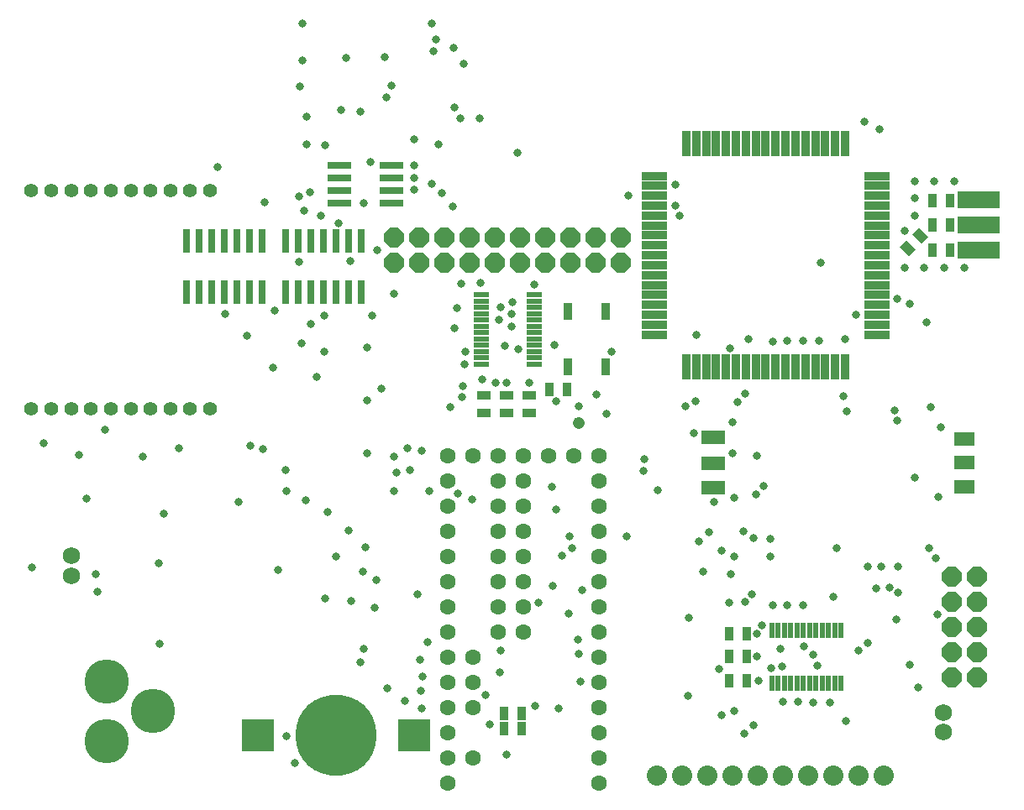
<source format=gbs>
G75*
%MOIN*%
%OFA0B0*%
%FSLAX25Y25*%
%IPPOS*%
%LPD*%
%AMOC8*
5,1,8,0,0,1.08239X$1,22.5*
%
%ADD10R,0.09300X0.03000*%
%ADD11R,0.02962X0.09261*%
%ADD12R,0.03750X0.10443*%
%ADD13R,0.10443X0.03750*%
%ADD14R,0.09261X0.05324*%
%ADD15R,0.08474X0.05324*%
%ADD16R,0.16600X0.06600*%
%ADD17R,0.03750X0.05324*%
%ADD18C,0.05600*%
%ADD19C,0.08000*%
%ADD20C,0.06300*%
%ADD21R,0.01969X0.06201*%
%ADD22OC8,0.08000*%
%ADD23C,0.06899*%
%ADD24R,0.06201X0.01969*%
%ADD25R,0.05324X0.03750*%
%ADD26C,0.32096*%
%ADD27R,0.13100X0.13100*%
%ADD28R,0.03600X0.06600*%
%ADD29C,0.17600*%
%ADD30C,0.03300*%
%ADD31C,0.04756*%
D10*
X0149420Y0254986D03*
X0149420Y0259986D03*
X0149420Y0264986D03*
X0149420Y0269986D03*
X0170020Y0269986D03*
X0170020Y0264986D03*
X0170020Y0259986D03*
X0170020Y0254986D03*
D11*
X0158177Y0240063D03*
X0153177Y0240063D03*
X0148177Y0240063D03*
X0143177Y0240063D03*
X0138177Y0240063D03*
X0133177Y0240063D03*
X0128177Y0240063D03*
X0118612Y0239979D03*
X0113612Y0239979D03*
X0108612Y0239979D03*
X0103612Y0239979D03*
X0098612Y0239979D03*
X0093612Y0239979D03*
X0088612Y0239979D03*
X0088612Y0219507D03*
X0093612Y0219507D03*
X0098612Y0219507D03*
X0103612Y0219507D03*
X0108612Y0219507D03*
X0113612Y0219507D03*
X0118612Y0219507D03*
X0128177Y0219590D03*
X0133177Y0219590D03*
X0138177Y0219590D03*
X0143177Y0219590D03*
X0148177Y0219590D03*
X0153177Y0219590D03*
X0158177Y0219590D03*
D12*
X0287076Y0189935D03*
X0291013Y0189935D03*
X0294950Y0189935D03*
X0298887Y0189935D03*
X0302824Y0189935D03*
X0306761Y0189935D03*
X0310698Y0189935D03*
X0314635Y0189935D03*
X0318572Y0189935D03*
X0322509Y0189935D03*
X0326446Y0189935D03*
X0330383Y0189935D03*
X0334320Y0189935D03*
X0338257Y0189935D03*
X0342194Y0189935D03*
X0346131Y0189935D03*
X0350068Y0189935D03*
X0350068Y0278518D03*
X0346131Y0278518D03*
X0342194Y0278518D03*
X0338257Y0278518D03*
X0334320Y0278518D03*
X0330383Y0278518D03*
X0326446Y0278518D03*
X0322509Y0278518D03*
X0318572Y0278518D03*
X0314635Y0278518D03*
X0310698Y0278518D03*
X0306761Y0278518D03*
X0302824Y0278518D03*
X0298887Y0278518D03*
X0294950Y0278518D03*
X0291013Y0278518D03*
X0287076Y0278518D03*
D13*
X0274281Y0265723D03*
X0274281Y0261785D03*
X0274281Y0257848D03*
X0274281Y0253911D03*
X0274281Y0249974D03*
X0274281Y0246037D03*
X0274281Y0242100D03*
X0274281Y0238163D03*
X0274281Y0234226D03*
X0274281Y0230289D03*
X0274281Y0226352D03*
X0274281Y0222415D03*
X0274281Y0218478D03*
X0274281Y0214541D03*
X0274281Y0210604D03*
X0274281Y0206667D03*
X0274281Y0202730D03*
X0362864Y0202730D03*
X0362864Y0206667D03*
X0362864Y0210604D03*
X0362864Y0214541D03*
X0362864Y0218478D03*
X0362864Y0222415D03*
X0362864Y0226352D03*
X0362864Y0230289D03*
X0362864Y0234226D03*
X0362864Y0238163D03*
X0362864Y0242100D03*
X0362864Y0246037D03*
X0362864Y0249974D03*
X0362864Y0253911D03*
X0362864Y0257848D03*
X0362864Y0261785D03*
X0362864Y0265723D03*
D14*
X0297918Y0161795D03*
X0297761Y0151559D03*
X0297918Y0141913D03*
D15*
X0397328Y0142228D03*
X0397407Y0151834D03*
X0397407Y0161126D03*
D16*
X0403218Y0236195D03*
X0403218Y0246195D03*
X0403218Y0256195D03*
D17*
X0391801Y0256077D03*
X0384714Y0256077D03*
X0384714Y0246234D03*
G36*
X0383144Y0241530D02*
X0380492Y0238878D01*
X0376728Y0242642D01*
X0379380Y0245294D01*
X0383144Y0241530D01*
G37*
X0384714Y0236392D03*
X0391801Y0236392D03*
X0391801Y0246234D03*
G36*
X0378133Y0236519D02*
X0375481Y0233867D01*
X0371717Y0237631D01*
X0374369Y0240283D01*
X0378133Y0236519D01*
G37*
X0239832Y0181077D03*
X0232745Y0181077D03*
X0304005Y0083833D03*
X0311092Y0083833D03*
X0311092Y0074778D03*
X0304005Y0074778D03*
X0304005Y0065329D03*
X0311092Y0065329D03*
X0221722Y0052376D03*
X0221761Y0046313D03*
X0214675Y0046313D03*
X0214635Y0052376D03*
D18*
X0098100Y0173203D03*
X0090226Y0173203D03*
X0082352Y0173203D03*
X0074478Y0173203D03*
X0066604Y0173203D03*
X0058730Y0173203D03*
X0050856Y0173203D03*
X0042982Y0173203D03*
X0035108Y0173203D03*
X0027234Y0173203D03*
X0027234Y0259817D03*
X0035108Y0259817D03*
X0042982Y0259817D03*
X0050856Y0259817D03*
X0058730Y0259817D03*
X0066604Y0259817D03*
X0074478Y0259817D03*
X0082352Y0259817D03*
X0090226Y0259817D03*
X0098100Y0259817D03*
D19*
X0275265Y0027534D03*
X0285265Y0027534D03*
X0295265Y0027534D03*
X0305265Y0027534D03*
X0315265Y0027534D03*
X0325265Y0027534D03*
X0335265Y0027534D03*
X0345265Y0027534D03*
X0355265Y0027534D03*
X0365265Y0027534D03*
D20*
X0252509Y0024738D03*
X0252509Y0034738D03*
X0252509Y0044738D03*
X0252509Y0054738D03*
X0252509Y0064738D03*
X0252509Y0074738D03*
X0252509Y0084738D03*
X0252509Y0094738D03*
X0252509Y0104738D03*
X0252509Y0114738D03*
X0252509Y0124738D03*
X0252509Y0134738D03*
X0252509Y0144738D03*
X0252509Y0154738D03*
X0242509Y0154738D03*
X0232509Y0154738D03*
X0222509Y0154738D03*
X0222509Y0144738D03*
X0212509Y0144738D03*
X0212509Y0154738D03*
X0202509Y0154738D03*
X0192509Y0154738D03*
X0192509Y0144738D03*
X0192509Y0134738D03*
X0192509Y0124738D03*
X0192509Y0114738D03*
X0192509Y0104738D03*
X0192509Y0094738D03*
X0192509Y0084738D03*
X0192509Y0074738D03*
X0202509Y0074738D03*
X0202509Y0064738D03*
X0192509Y0064738D03*
X0192509Y0054738D03*
X0202509Y0054738D03*
X0192509Y0044738D03*
X0192509Y0034738D03*
X0202509Y0034738D03*
X0192509Y0024738D03*
X0212509Y0084738D03*
X0222509Y0084738D03*
X0222509Y0094738D03*
X0212509Y0094738D03*
X0212509Y0104738D03*
X0222509Y0104738D03*
X0222509Y0114738D03*
X0212509Y0114738D03*
X0212509Y0124738D03*
X0222509Y0124738D03*
X0222509Y0134738D03*
X0212509Y0134738D03*
D21*
X0320974Y0085358D03*
X0323474Y0085358D03*
X0325974Y0085358D03*
X0328474Y0085358D03*
X0330974Y0085358D03*
X0333474Y0085358D03*
X0335974Y0085358D03*
X0338474Y0085358D03*
X0340974Y0085358D03*
X0343474Y0085358D03*
X0345974Y0085358D03*
X0348474Y0085358D03*
X0348454Y0064197D03*
X0345954Y0064197D03*
X0343454Y0064197D03*
X0340954Y0064197D03*
X0338454Y0064197D03*
X0335954Y0064197D03*
X0333454Y0064197D03*
X0330954Y0064197D03*
X0328454Y0064197D03*
X0325954Y0064197D03*
X0323454Y0064197D03*
X0320954Y0064197D03*
D22*
X0392312Y0066589D03*
X0402312Y0066589D03*
X0402312Y0076589D03*
X0392312Y0076589D03*
X0392312Y0086589D03*
X0402312Y0086589D03*
X0402312Y0096589D03*
X0392312Y0096589D03*
X0392312Y0106589D03*
X0402312Y0106589D03*
X0261210Y0231195D03*
X0251210Y0231195D03*
X0241210Y0231195D03*
X0241210Y0241195D03*
X0251210Y0241195D03*
X0261210Y0241195D03*
X0231210Y0241195D03*
X0221210Y0241195D03*
X0211210Y0241195D03*
X0201210Y0241195D03*
X0191210Y0241195D03*
X0181210Y0241195D03*
X0171210Y0241195D03*
X0171210Y0231195D03*
X0181210Y0231195D03*
X0191210Y0231195D03*
X0201210Y0231195D03*
X0211210Y0231195D03*
X0221210Y0231195D03*
X0231210Y0231195D03*
D23*
X0043178Y0114896D03*
X0043178Y0107022D03*
X0389045Y0052730D03*
X0389045Y0044856D03*
D24*
X0226791Y0190939D03*
X0226791Y0193439D03*
X0226791Y0195939D03*
X0226791Y0198439D03*
X0226791Y0200939D03*
X0226791Y0203439D03*
X0226791Y0205939D03*
X0226791Y0208439D03*
X0226791Y0210939D03*
X0226791Y0213439D03*
X0226791Y0215939D03*
X0226791Y0218439D03*
X0205629Y0218459D03*
X0205629Y0215959D03*
X0205629Y0213459D03*
X0205629Y0210959D03*
X0205629Y0208459D03*
X0205629Y0205959D03*
X0205629Y0203459D03*
X0205629Y0200959D03*
X0205629Y0198459D03*
X0205629Y0195959D03*
X0205629Y0193459D03*
X0205629Y0190959D03*
D25*
X0206761Y0178715D03*
X0215816Y0178715D03*
X0215816Y0171628D03*
X0206761Y0171628D03*
X0224871Y0171628D03*
X0224871Y0178715D03*
D26*
X0148190Y0043687D03*
D27*
X0117190Y0043687D03*
X0179190Y0043687D03*
D28*
X0240206Y0189762D03*
X0255206Y0189762D03*
X0255206Y0211762D03*
X0240206Y0211762D03*
D29*
X0056950Y0041341D03*
X0075454Y0053152D03*
X0056950Y0064963D03*
D30*
X0078021Y0079856D03*
X0053454Y0100723D03*
X0052745Y0107455D03*
X0077864Y0112022D03*
X0079793Y0131628D03*
X0071289Y0154384D03*
X0085659Y0157730D03*
X0109438Y0136313D03*
X0128415Y0140486D03*
X0136210Y0136864D03*
X0144714Y0132179D03*
X0153178Y0124896D03*
X0159911Y0118124D03*
X0158690Y0108557D03*
X0164045Y0105132D03*
X0154045Y0097022D03*
X0163336Y0094148D03*
X0159045Y0077809D03*
X0157785Y0072730D03*
X0168533Y0062415D03*
X0175462Y0057179D03*
X0182155Y0054345D03*
X0181879Y0061195D03*
X0182373Y0066868D03*
X0181564Y0073636D03*
X0184438Y0080447D03*
X0180580Y0099463D03*
X0147942Y0114660D03*
X0143690Y0098085D03*
X0125186Y0109148D03*
X0171171Y0140565D03*
X0172115Y0147888D03*
X0177430Y0148990D03*
X0171171Y0154423D03*
X0176446Y0157730D03*
X0182037Y0156746D03*
X0185226Y0140565D03*
X0196446Y0139581D03*
X0202155Y0137100D03*
X0233612Y0142337D03*
X0235344Y0133321D03*
X0240816Y0122652D03*
X0241801Y0117770D03*
X0237785Y0115093D03*
X0234163Y0102967D03*
X0228572Y0096156D03*
X0240541Y0091982D03*
X0245659Y0101274D03*
X0243927Y0081667D03*
X0244360Y0075841D03*
X0245226Y0064817D03*
X0236328Y0054266D03*
X0226958Y0055171D03*
X0209202Y0047848D03*
X0207509Y0059463D03*
X0212942Y0068675D03*
X0213415Y0077100D03*
X0215698Y0035959D03*
X0287667Y0059108D03*
X0301249Y0051628D03*
X0306052Y0053360D03*
X0313815Y0047634D03*
X0310221Y0044105D03*
X0325265Y0057061D03*
X0331564Y0057061D03*
X0337470Y0056667D03*
X0344163Y0056667D03*
X0350580Y0049345D03*
X0339045Y0071392D03*
X0337312Y0075565D03*
X0333651Y0078951D03*
X0324478Y0077927D03*
X0325068Y0070841D03*
X0320619Y0070408D03*
X0315816Y0065329D03*
X0315029Y0074778D03*
X0315029Y0083833D03*
X0317234Y0087337D03*
X0321328Y0095250D03*
X0327234Y0095250D03*
X0333533Y0095250D03*
X0345383Y0098518D03*
X0359241Y0110526D03*
X0364556Y0110504D03*
X0370974Y0110531D03*
X0367903Y0102376D03*
X0370974Y0100250D03*
X0362430Y0101904D03*
X0370383Y0089463D03*
X0359005Y0080171D03*
X0355383Y0077376D03*
X0375856Y0071628D03*
X0378966Y0062573D03*
X0386643Y0091628D03*
X0385974Y0114069D03*
X0383336Y0117848D03*
X0387076Y0138163D03*
X0377627Y0146037D03*
X0388218Y0165880D03*
X0383966Y0173833D03*
X0370895Y0168754D03*
X0369753Y0172494D03*
X0350777Y0172258D03*
X0349478Y0178124D03*
X0350068Y0200762D03*
X0339832Y0200368D03*
X0333533Y0200368D03*
X0327234Y0200368D03*
X0321328Y0199974D03*
X0311761Y0201077D03*
X0304320Y0197179D03*
X0291013Y0202730D03*
X0310501Y0179423D03*
X0307470Y0175841D03*
X0305580Y0168085D03*
X0305580Y0155486D03*
X0314950Y0154660D03*
X0317785Y0142494D03*
X0314596Y0139226D03*
X0305974Y0137770D03*
X0298064Y0136330D03*
X0309596Y0124581D03*
X0313848Y0121825D03*
X0320304Y0121510D03*
X0320501Y0114502D03*
X0306013Y0114502D03*
X0301249Y0117061D03*
X0296131Y0124384D03*
X0292234Y0120486D03*
X0293690Y0108636D03*
X0304793Y0107534D03*
X0313139Y0099581D03*
X0310344Y0096621D03*
X0304163Y0096195D03*
X0287982Y0090289D03*
X0299989Y0069896D03*
X0346840Y0117967D03*
X0290226Y0163754D03*
X0286801Y0174345D03*
X0290816Y0176234D03*
X0270304Y0153242D03*
X0270029Y0148478D03*
X0275895Y0140919D03*
X0263572Y0122455D03*
X0255423Y0171234D03*
X0251486Y0178951D03*
X0244478Y0174148D03*
X0235580Y0176274D03*
X0224871Y0183439D03*
X0215816Y0183439D03*
X0211486Y0183439D03*
X0206249Y0184778D03*
X0198572Y0182297D03*
X0198139Y0178085D03*
X0193297Y0173911D03*
X0198966Y0190959D03*
X0199360Y0195762D03*
X0195068Y0205368D03*
X0196052Y0213163D03*
X0197824Y0222809D03*
X0205501Y0223203D03*
X0213336Y0213478D03*
X0217824Y0210919D03*
X0217706Y0206077D03*
X0212706Y0208478D03*
X0218060Y0215723D03*
X0226761Y0222455D03*
X0234911Y0198597D03*
X0220541Y0196825D03*
X0215226Y0198321D03*
X0257549Y0195801D03*
X0284320Y0249974D03*
X0282745Y0253911D03*
X0282745Y0262179D03*
X0264241Y0257848D03*
X0219997Y0274833D03*
X0205136Y0288524D03*
X0197549Y0288478D03*
X0194950Y0292770D03*
X0178966Y0280368D03*
X0188651Y0278124D03*
X0178966Y0269974D03*
X0179202Y0264817D03*
X0179202Y0260132D03*
X0186210Y0262534D03*
X0189950Y0259030D03*
X0194281Y0253636D03*
X0164281Y0236116D03*
X0153690Y0231982D03*
X0133572Y0231549D03*
X0123730Y0212297D03*
X0112903Y0202140D03*
X0104045Y0210801D03*
X0123100Y0189502D03*
X0134438Y0199345D03*
X0138178Y0206825D03*
X0143336Y0210368D03*
X0143336Y0196077D03*
X0140541Y0185762D03*
X0160423Y0176431D03*
X0166013Y0181116D03*
X0160423Y0197691D03*
X0162470Y0210250D03*
X0171131Y0218951D03*
X0149123Y0247022D03*
X0141997Y0250014D03*
X0135423Y0251825D03*
X0133462Y0257476D03*
X0137824Y0259226D03*
X0119815Y0255154D03*
X0100989Y0269384D03*
X0136289Y0278282D03*
X0143769Y0278085D03*
X0136289Y0289226D03*
X0133819Y0301296D03*
X0134635Y0311653D03*
X0134714Y0326274D03*
X0152106Y0312500D03*
X0167405Y0312902D03*
X0170015Y0301612D03*
X0167993Y0296911D03*
X0157627Y0291279D03*
X0150068Y0291985D03*
X0161879Y0271274D03*
X0158966Y0255014D03*
X0198890Y0310420D03*
X0194753Y0316628D03*
X0187799Y0319829D03*
X0186249Y0326116D03*
X0186761Y0315289D03*
X0340423Y0231352D03*
X0354399Y0210604D03*
X0370856Y0216864D03*
X0375792Y0214903D03*
X0382391Y0207730D03*
X0381564Y0229305D03*
X0373690Y0229305D03*
X0373690Y0244069D03*
X0377627Y0249974D03*
X0377627Y0256864D03*
X0377627Y0263754D03*
X0385501Y0263754D03*
X0393375Y0263754D03*
X0363612Y0284187D03*
X0357667Y0287219D03*
X0389438Y0229305D03*
X0397312Y0229305D03*
X0160423Y0155604D03*
X0127982Y0148872D03*
X0118966Y0157258D03*
X0114005Y0158518D03*
X0056407Y0164896D03*
X0046171Y0155093D03*
X0031958Y0159541D03*
X0048966Y0137534D03*
X0027273Y0110329D03*
X0128324Y0043297D03*
X0131919Y0032455D03*
D31*
X0244438Y0167534D03*
M02*

</source>
